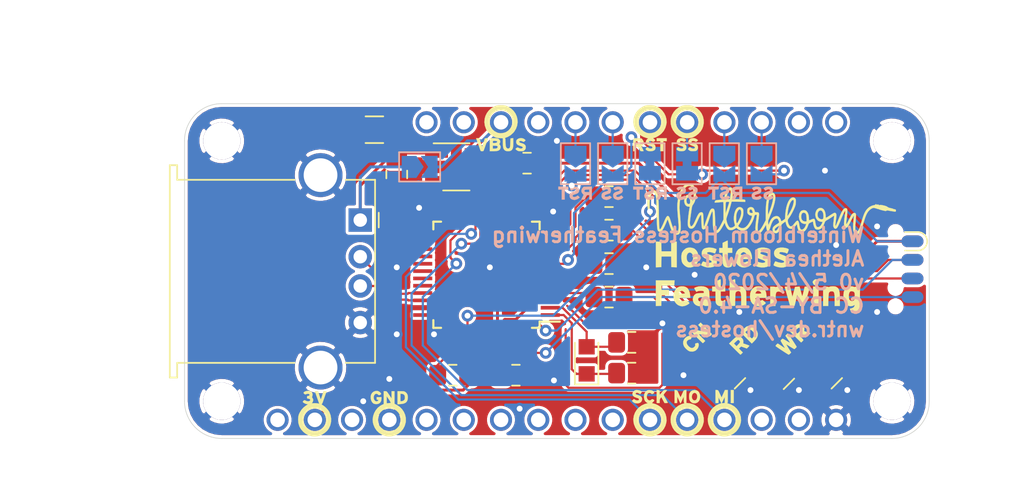
<source format=kicad_pcb>
(kicad_pcb (version 20171130) (host pcbnew "(5.1.5)-3")
  (layers (0 F.Cu signal) (31 B.Cu signal hide) (34 B.Paste user hide) (35 F.Paste user) (36 B.SilkS user hide) (37 F.SilkS user) (38 B.Mask user hide) (39 F.Mask user) (44 Edge.Cuts user))
  (net 0 "")
  (net 1 "Net-(D1-Pad2)")
  (net 2 "Net-(D2-Pad2)")
  (net 3 "Net-(D3-Pad2)")
  (net 4 "Net-(U1-Pad3)")
  (net 5 "Net-(U1-Pad7)")
  (net 6 "Net-(U1-Pad9)")
  (net 7 "Net-(U1-Pad11)")
  (net 8 "Net-(U1-Pad13)")
  (net 9 "Net-(U1-Pad14)")
  (net 10 "Net-(U1-Pad22)")
  (net 11 "Net-(U1-Pad23)")
  (net 12 "Net-(U1-Pad26)")
  (net 13 "Net-(U1-Pad27)")
  (net 14 "Net-(U1-Pad28)")
  (net 15 "Net-(U1-Pad29)")
  (net 16 "Net-(U1-Pad30)")
  (net 17 "Net-(U1-Pad31)")
  (net 18 "Net-(U1-Pad32)")
  (net 19 "Net-(U1-Pad37)")
  (net 20 "Net-(U1-Pad38)")
  (net 21 "Net-(U1-Pad39)")
  (net 22 "Net-(U1-Pad41)")
  (net 23 "Net-(U1-Pad47)")
  (net 24 "Net-(U1-Pad48)")
  (net 25 "Net-(J2-Pad1)")
  (net 26 "Net-(J2-Pad3)")
  (net 27 "Net-(J2-Pad5)")
  (net 28 "Net-(J2-Pad6)")
  (net 29 "Net-(J2-Pad7)")
  (net 30 "Net-(J2-Pad8)")
  (net 31 "Net-(J2-Pad9)")
  (net 32 "Net-(J2-Pad10)")
  (net 33 "Net-(J2-Pad14)")
  (net 34 "Net-(J2-Pad15)")
  (net 35 "Net-(J3-Pad1)")
  (net 36 "Net-(J3-Pad2)")
  (net 37 "Net-(J3-Pad11)")
  (net 38 "Net-(J3-Pad12)")
  (net 39 "Net-(C1-Pad2)")
  (net 40 +3V3)
  (net 41 GND)
  (net 42 XIN)
  (net 43 XOUT)
  (net 44 D-)
  (net 45 D+)
  (net 46 VUSB)
  (net 47 RESET)
  (net 48 MOSI)
  (net 49 MISO)
  (net 50 SWDIO)
  (net 51 SWCLK)
  (net 52 TX)
  (net 53 RX)
  (net 54 FAULT)
  (net 55 CONNECTED_LED)
  (net 56 READ_LED)
  (net 57 WRITE_LED)
  (net 58 "Net-(J4-Pad6)")
  (net 59 SCK)
  (net 60 D13)
  (net 61 D12)
  (net 62 D11)
  (net 63 D10)
  (net 64 D9)
  (net 65 D6)
  (net 66 D5)
  (net 67 SS)
  (net 68 VBUSEN)
  (net 69 VBUS_FILTERED)
  (module MountingHole:MountingHole_2.5mm (layer F.Cu) (at 104.14 53.34)
    (fp_text reference REF** hide)
    (fp_text value MountingHole_2.5mm)
    (pad "" thru_hole circle (at 0 0) (size 2.54 2.54) (drill 2.54) (layers *.Cu *.Mask) (net 41 GND))
  )
  (module LED_SMD:LED_0805_2012Metric_Pad1.15x1.40mm_HandSolder (layer F.Cu) (at 144.78 68.58 135)
    (fp_text reference D3 hide)
    (fp_text value Write)
    (pad 1 smd roundrect (at -1.025 0 135) (size 1.15 1.4) (layers F.Cu F.Paste F.Mask) (roundrect_rratio 0.217391) (net 41 GND))
    (pad 2 smd roundrect (at 1.025 0 135) (size 1.15 1.4) (layers F.Cu F.Paste F.Mask) (roundrect_rratio 0.217391) (net 3 "Net-(D3-Pad2)"))
  )
  (module LED_SMD:LED_0805_2012Metric_Pad1.15x1.40mm_HandSolder (layer F.Cu) (at 141.515216 68.617216 135)
    (fp_text reference D2 hide)
    (fp_text value Read)
    (pad 2 smd roundrect (at 1.025 0 135) (size 1.15 1.4) (layers F.Cu F.Paste F.Mask) (roundrect_rratio 0.217391) (net 2 "Net-(D2-Pad2)"))
    (pad 1 smd roundrect (at -1.025 0 135) (size 1.15 1.4) (layers F.Cu F.Paste F.Mask) (roundrect_rratio 0.217391) (net 41 GND))
  )
  (module LED_SMD:LED_0805_2012Metric_Pad1.15x1.40mm_HandSolder (layer F.Cu) (at 138.176 68.58 135)
    (fp_text reference D1 hide)
    (fp_text value Connected)
    (pad 1 smd roundrect (at -1.025 0 135) (size 1.15 1.4) (layers F.Cu F.Paste F.Mask) (roundrect_rratio 0.217391) (net 41 GND))
    (pad 2 smd roundrect (at 1.025 0 135) (size 1.15 1.4) (layers F.Cu F.Paste F.Mask) (roundrect_rratio 0.217391) (net 1 "Net-(D1-Pad2)"))
  )
  (module "Hostess Feather:decal" (layer F.Cu) (at 127 62.22746)
    (fp_text reference Ref** hide)
    (fp_text value Val** hide)
  )
  (module MF_Connectors:MF_Connectors-PTH_2.54MM_01X12 (layer F.Cu) (at 132.08 52.07)
    (fp_text reference J3 hide)
    (fp_text value CON_01X12_PTH_2.54MM)
    (pad 1 thru_hole circle (at -13.97 0) (size 1.50622 1.50622) (drill 0.99822) (layers F&B.Cu *.Mask) (net 35 "Net-(J3-Pad1)"))
    (pad 2 thru_hole circle (at -11.43 0) (size 1.50622 1.50622) (drill 0.99822) (layers F&B.Cu *.Mask) (net 36 "Net-(J3-Pad2)"))
    (pad 3 thru_hole circle (at -8.89 0) (size 1.50622 1.50622) (drill 0.99822) (layers F&B.Cu *.Mask) (net 46 VUSB))
    (pad 4 thru_hole circle (at -6.35 0) (size 1.50622 1.50622) (drill 0.99822) (layers F&B.Cu *.Mask) (net 60 D13))
    (pad 5 thru_hole circle (at -3.81 0) (size 1.50622 1.50622) (drill 0.99822) (layers F&B.Cu *.Mask) (net 61 D12))
    (pad 6 thru_hole circle (at -1.27 0) (size 1.50622 1.50622) (drill 0.99822) (layers F&B.Cu *.Mask) (net 62 D11))
    (pad 7 thru_hole circle (at 1.27 0) (size 1.50622 1.50622) (drill 0.99822) (layers F&B.Cu *.Mask) (net 63 D10))
    (pad 8 thru_hole circle (at 3.81 0) (size 1.50622 1.50622) (drill 0.99822) (layers F&B.Cu *.Mask) (net 64 D9))
    (pad 9 thru_hole circle (at 6.35 0) (size 1.50622 1.50622) (drill 0.99822) (layers F&B.Cu *.Mask) (net 65 D6))
    (pad 10 thru_hole circle (at 8.89 0) (size 1.50622 1.50622) (drill 0.99822) (layers F&B.Cu *.Mask) (net 66 D5))
    (pad 11 thru_hole circle (at 11.43 0) (size 1.50622 1.50622) (drill 0.99822) (layers F&B.Cu *.Mask) (net 37 "Net-(J3-Pad11)"))
    (pad 12 thru_hole circle (at 13.97 0) (size 1.50622 1.50622) (drill 0.99822) (layers F&B.Cu *.Mask) (net 38 "Net-(J3-Pad12)"))
  )
  (module MF_Connectors:MF_Connectors-PTH_2.54MM_01X16 (layer F.Cu) (at 127 72.39)
    (fp_text reference J2 hide)
    (fp_text value CON_01X16_PTH_2.54MM)
    (pad 1 thru_hole circle (at -19.05 0) (size 1.50622 1.50622) (drill 0.99822) (layers F&B.Cu *.Mask) (net 25 "Net-(J2-Pad1)"))
    (pad 2 thru_hole circle (at -16.51 0) (size 1.50622 1.50622) (drill 0.99822) (layers F&B.Cu *.Mask) (net 40 +3V3))
    (pad 3 thru_hole circle (at -13.97 0) (size 1.50622 1.50622) (drill 0.99822) (layers F&B.Cu *.Mask) (net 26 "Net-(J2-Pad3)"))
    (pad 4 thru_hole circle (at -11.43 0) (size 1.50622 1.50622) (drill 0.99822) (layers F&B.Cu *.Mask) (net 41 GND))
    (pad 5 thru_hole circle (at -8.89 0) (size 1.50622 1.50622) (drill 0.99822) (layers F&B.Cu *.Mask) (net 27 "Net-(J2-Pad5)"))
    (pad 6 thru_hole circle (at -6.35 0) (size 1.50622 1.50622) (drill 0.99822) (layers F&B.Cu *.Mask) (net 28 "Net-(J2-Pad6)"))
    (pad 7 thru_hole circle (at -3.81 0) (size 1.50622 1.50622) (drill 0.99822) (layers F&B.Cu *.Mask) (net 29 "Net-(J2-Pad7)"))
    (pad 8 thru_hole circle (at -1.27 0) (size 1.50622 1.50622) (drill 0.99822) (layers F&B.Cu *.Mask) (net 30 "Net-(J2-Pad8)"))
    (pad 9 thru_hole circle (at 1.27 0) (size 1.50622 1.50622) (drill 0.99822) (layers F&B.Cu *.Mask) (net 31 "Net-(J2-Pad9)"))
    (pad 10 thru_hole circle (at 3.81 0) (size 1.50622 1.50622) (drill 0.99822) (layers F&B.Cu *.Mask) (net 32 "Net-(J2-Pad10)"))
    (pad 11 thru_hole circle (at 6.35 0) (size 1.50622 1.50622) (drill 0.99822) (layers F&B.Cu *.Mask) (net 59 SCK))
    (pad 12 thru_hole circle (at 8.89 0) (size 1.50622 1.50622) (drill 0.99822) (layers F&B.Cu *.Mask) (net 48 MOSI))
    (pad 13 thru_hole circle (at 11.43 0) (size 1.50622 1.50622) (drill 0.99822) (layers F&B.Cu *.Mask) (net 49 MISO))
    (pad 14 thru_hole circle (at 13.97 0) (size 1.50622 1.50622) (drill 0.99822) (layers F&B.Cu *.Mask) (net 33 "Net-(J2-Pad14)"))
    (pad 15 thru_hole circle (at 16.51 0) (size 1.50622 1.50622) (drill 0.99822) (layers F&B.Cu *.Mask) (net 34 "Net-(J2-Pad15)"))
    (pad 16 thru_hole circle (at 19.05 0) (size 1.50622 1.50622) (drill 0.99822) (layers F&B.Cu *.Mask) (net 41 GND))
  )
  (module MountingHole:MountingHole_2.5mm (layer F.Cu) (at 149.86 53.34)
    (fp_text reference REF** hide)
    (fp_text value MountingHole_2.5mm hide)
    (pad "" thru_hole circle (at 0 0) (size 2.54 2.54) (drill 2.54) (layers *.Cu *.Mask) (net 41 GND))
  )
  (module MountingHole:MountingHole_2.5mm (layer F.Cu) (at 149.86 71.12)
    (fp_text reference REF** hide)
    (fp_text value MountingHole_2.5mm)
    (pad "" thru_hole circle (at 0 0) (size 2.54 2.54) (drill 2.54) (layers *.Cu *.Mask) (net 41 GND))
  )
  (module MountingHole:MountingHole_2.5mm (layer F.Cu) (at 104.14 71.12)
    (fp_text reference REF** hide)
    (fp_text value MountingHole_2.5mm)
    (pad "" thru_hole circle (at 0 0) (size 2.54 2.54) (drill 2.54) (layers *.Cu *.Mask) (net 41 GND))
  )
  (module Connector_USB:USB_A_Stewart_SS-52100-001_Horizontal (layer F.Cu) (at 113.5888 58.7502 270)
    (fp_text reference J1 hide)
    (fp_text value USB_A)
    (pad 5 thru_hole circle (at 10.07 2.71 270) (size 3 3) (drill 2.3) (layers *.Cu *.Mask) (net 41 GND))
    (pad 5 thru_hole circle (at -3.07 2.71 270) (size 3 3) (drill 2.3) (layers *.Cu *.Mask) (net 41 GND))
    (pad 1 thru_hole rect (at 0 0 270) (size 1.6 1.6) (drill 0.92) (layers *.Cu *.Mask) (net 69 VBUS_FILTERED))
    (pad 2 thru_hole circle (at 2.5 0 270) (size 1.6 1.6) (drill 0.92) (layers *.Cu *.Mask) (net 44 D-))
    (pad 3 thru_hole circle (at 4.5 0 270) (size 1.6 1.6) (drill 0.92) (layers *.Cu *.Mask) (net 45 D+))
    (pad 4 thru_hole circle (at 7 0 270) (size 1.6 1.6) (drill 0.92) (layers *.Cu *.Mask) (net 41 GND))
  )
  (module Package_QFP:TQFP-48_7x7mm_P0.5mm (layer F.Cu) (at 122.1994 62.484 180)
    (fp_text reference U1 hide)
    (fp_text value ATSAMD21G18A-AUT)
    (pad 1 smd rect (at -4.35 -2.75 180) (size 1.3 0.25) (layers F.Cu F.Paste F.Mask) (net 42 XIN))
    (pad 2 smd rect (at -4.35 -2.25 180) (size 1.3 0.25) (layers F.Cu F.Paste F.Mask) (net 43 XOUT))
    (pad 3 smd rect (at -4.35 -1.75 180) (size 1.3 0.25) (layers F.Cu F.Paste F.Mask) (net 4 "Net-(U1-Pad3)"))
    (pad 4 smd rect (at -4.35 -1.25 180) (size 1.3 0.25) (layers F.Cu F.Paste F.Mask) (net 55 CONNECTED_LED))
    (pad 5 smd rect (at -4.35 -0.75 180) (size 1.3 0.25) (layers F.Cu F.Paste F.Mask) (net 41 GND))
    (pad 6 smd rect (at -4.35 -0.25 180) (size 1.3 0.25) (layers F.Cu F.Paste F.Mask) (net 40 +3V3))
    (pad 7 smd rect (at -4.35 0.25 180) (size 1.3 0.25) (layers F.Cu F.Paste F.Mask) (net 5 "Net-(U1-Pad7)"))
    (pad 8 smd rect (at -4.35 0.75 180) (size 1.3 0.25) (layers F.Cu F.Paste F.Mask) (net 67 SS))
    (pad 9 smd rect (at -4.35 1.25 180) (size 1.3 0.25) (layers F.Cu F.Paste F.Mask) (net 6 "Net-(U1-Pad9)"))
    (pad 10 smd rect (at -4.35 1.75 180) (size 1.3 0.25) (layers F.Cu F.Paste F.Mask) (net 56 READ_LED))
    (pad 11 smd rect (at -4.35 2.25 180) (size 1.3 0.25) (layers F.Cu F.Paste F.Mask) (net 7 "Net-(U1-Pad11)"))
    (pad 12 smd rect (at -4.35 2.75 180) (size 1.3 0.25) (layers F.Cu F.Paste F.Mask) (net 57 WRITE_LED))
    (pad 13 smd rect (at -2.75 4.35 270) (size 1.3 0.25) (layers F.Cu F.Paste F.Mask) (net 8 "Net-(U1-Pad13)"))
    (pad 14 smd rect (at -2.25 4.35 270) (size 1.3 0.25) (layers F.Cu F.Paste F.Mask) (net 9 "Net-(U1-Pad14)"))
    (pad 15 smd rect (at -1.75 4.35 270) (size 1.3 0.25) (layers F.Cu F.Paste F.Mask) (net 52 TX))
    (pad 16 smd rect (at -1.25 4.35 270) (size 1.3 0.25) (layers F.Cu F.Paste F.Mask) (net 53 RX))
    (pad 17 smd rect (at -0.75 4.35 270) (size 1.3 0.25) (layers F.Cu F.Paste F.Mask) (net 40 +3V3))
    (pad 18 smd rect (at -0.25 4.35 270) (size 1.3 0.25) (layers F.Cu F.Paste F.Mask) (net 41 GND))
    (pad 19 smd rect (at 0.25 4.35 270) (size 1.3 0.25) (layers F.Cu F.Paste F.Mask) (net 48 MOSI))
    (pad 20 smd rect (at 0.75 4.35 270) (size 1.3 0.25) (layers F.Cu F.Paste F.Mask) (net 59 SCK))
    (pad 21 smd rect (at 1.25 4.35 270) (size 1.3 0.25) (layers F.Cu F.Paste F.Mask) (net 49 MISO))
    (pad 22 smd rect (at 1.75 4.35 270) (size 1.3 0.25) (layers F.Cu F.Paste F.Mask) (net 10 "Net-(U1-Pad22)"))
    (pad 23 smd rect (at 2.25 4.35 270) (size 1.3 0.25) (layers F.Cu F.Paste F.Mask) (net 11 "Net-(U1-Pad23)"))
    (pad 24 smd rect (at 2.75 4.35 270) (size 1.3 0.25) (layers F.Cu F.Paste F.Mask) (net 68 VBUSEN))
    (pad 25 smd rect (at 4.35 2.75 180) (size 1.3 0.25) (layers F.Cu F.Paste F.Mask) (net 54 FAULT))
    (pad 26 smd rect (at 4.35 2.25 180) (size 1.3 0.25) (layers F.Cu F.Paste F.Mask) (net 12 "Net-(U1-Pad26)"))
    (pad 27 smd rect (at 4.35 1.75 180) (size 1.3 0.25) (layers F.Cu F.Paste F.Mask) (net 13 "Net-(U1-Pad27)"))
    (pad 28 smd rect (at 4.35 1.25 180) (size 1.3 0.25) (layers F.Cu F.Paste F.Mask) (net 14 "Net-(U1-Pad28)"))
    (pad 29 smd rect (at 4.35 0.75 180) (size 1.3 0.25) (layers F.Cu F.Paste F.Mask) (net 15 "Net-(U1-Pad29)"))
    (pad 30 smd rect (at 4.35 0.25 180) (size 1.3 0.25) (layers F.Cu F.Paste F.Mask) (net 16 "Net-(U1-Pad30)"))
    (pad 31 smd rect (at 4.35 -0.25 180) (size 1.3 0.25) (layers F.Cu F.Paste F.Mask) (net 17 "Net-(U1-Pad31)"))
    (pad 32 smd rect (at 4.35 -0.75 180) (size 1.3 0.25) (layers F.Cu F.Paste F.Mask) (net 18 "Net-(U1-Pad32)"))
    (pad 33 smd rect (at 4.35 -1.25 180) (size 1.3 0.25) (layers F.Cu F.Paste F.Mask) (net 44 D-))
    (pad 34 smd rect (at 4.35 -1.75 180) (size 1.3 0.25) (layers F.Cu F.Paste F.Mask) (net 45 D+))
    (pad 35 smd rect (at 4.35 -2.25 180) (size 1.3 0.25) (layers F.Cu F.Paste F.Mask) (net 41 GND))
    (pad 36 smd rect (at 4.35 -2.75 180) (size 1.3 0.25) (layers F.Cu F.Paste F.Mask) (net 40 +3V3))
    (pad 37 smd rect (at 2.75 -4.35 270) (size 1.3 0.25) (layers F.Cu F.Paste F.Mask) (net 19 "Net-(U1-Pad37)"))
    (pad 38 smd rect (at 2.25 -4.35 270) (size 1.3 0.25) (layers F.Cu F.Paste F.Mask) (net 20 "Net-(U1-Pad38)"))
    (pad 39 smd rect (at 1.75 -4.35 270) (size 1.3 0.25) (layers F.Cu F.Paste F.Mask) (net 21 "Net-(U1-Pad39)"))
    (pad 40 smd rect (at 1.25 -4.35 270) (size 1.3 0.25) (layers F.Cu F.Paste F.Mask) (net 47 RESET))
    (pad 41 smd rect (at 0.75 -4.35 270) (size 1.3 0.25) (layers F.Cu F.Paste F.Mask) (net 22 "Net-(U1-Pad41)"))
    (pad 42 smd rect (at 0.25 -4.35 270) (size 1.3 0.25) (layers F.Cu F.Paste F.Mask) (net 41 GND))
    (pad 43 smd rect (at -0.25 -4.35 270) (size 1.3 0.25) (layers F.Cu F.Paste F.Mask) (net 39 "Net-(C1-Pad2)"))
    (pad 44 smd rect (at -0.75 -4.35 270) (size 1.3 0.25) (layers F.Cu F.Paste F.Mask) (net 40 +3V3))
    (pad 45 smd rect (at -1.25 -4.35 270) (size 1.3 0.25) (layers F.Cu F.Paste F.Mask) (net 51 SWCLK))
    (pad 46 smd rect (at -1.75 -4.35 270) (size 1.3 0.25) (layers F.Cu F.Paste F.Mask) (net 50 SWDIO))
    (pad 47 smd rect (at -2.25 -4.35 270) (size 1.3 0.25) (layers F.Cu F.Paste F.Mask) (net 23 "Net-(U1-Pad47)"))
    (pad 48 smd rect (at -2.75 -4.35 270) (size 1.3 0.25) (layers F.Cu F.Paste F.Mask) (net 24 "Net-(U1-Pad48)"))
  )
  (module Package_TO_SOT_SMD:SOT-23-5_HandSoldering (layer F.Cu) (at 120.142 55.118)
    (fp_text reference U2 hide)
    (fp_text value TPS2051CDBV)
    (pad 1 smd rect (at -1.35 -0.95) (size 1.56 0.65) (layers F.Cu F.Paste F.Mask) (net 69 VBUS_FILTERED))
    (pad 2 smd rect (at -1.35 0) (size 1.56 0.65) (layers F.Cu F.Paste F.Mask) (net 41 GND))
    (pad 3 smd rect (at -1.35 0.95) (size 1.56 0.65) (layers F.Cu F.Paste F.Mask) (net 54 FAULT))
    (pad 4 smd rect (at 1.35 0.95) (size 1.56 0.65) (layers F.Cu F.Paste F.Mask) (net 68 VBUSEN))
    (pad 5 smd rect (at 1.35 -0.95) (size 1.56 0.65) (layers F.Cu F.Paste F.Mask) (net 46 VUSB))
  )
  (module Crystal:Crystal_SMD_2012-2Pin_2.0x1.2mm_HandSoldering (layer F.Cu) (at 129.032 68.326 90)
    (fp_text reference Y1 hide)
    (fp_text value Crystal)
    (pad 1 smd rect (at -0.925 0 90) (size 1.05 1.1) (layers F.Cu F.Paste F.Mask) (net 42 XIN))
    (pad 2 smd rect (at 0.925 0 90) (size 1.05 1.1) (layers F.Cu F.Paste F.Mask) (net 43 XOUT))
  )
  (module Capacitor_SMD:C_0805_2012Metric_Pad1.15x1.40mm_HandSolder (layer F.Cu) (at 119.897 69.342 180)
    (fp_text reference C1 hide)
    (fp_text value 1uF)
    (pad 2 smd roundrect (at 1.025 0 180) (size 1.15 1.4) (layers F.Cu F.Paste F.Mask) (roundrect_rratio 0.217391) (net 39 "Net-(C1-Pad2)"))
    (pad 1 smd roundrect (at -1.025 0 180) (size 1.15 1.4) (layers F.Cu F.Paste F.Mask) (roundrect_rratio 0.217391) (net 40 +3V3))
  )
  (module Capacitor_SMD:C_0805_2012Metric_Pad1.15x1.40mm_HandSolder (layer F.Cu) (at 124.206 69.342)
    (fp_text reference C2 hide)
    (fp_text value 0.1uF)
    (pad 1 smd roundrect (at -1.025 0) (size 1.15 1.4) (layers F.Cu F.Paste F.Mask) (roundrect_rratio 0.217391) (net 40 +3V3))
    (pad 2 smd roundrect (at 1.025 0) (size 1.15 1.4) (layers F.Cu F.Paste F.Mask) (roundrect_rratio 0.217391) (net 41 GND))
  )
  (module Capacitor_SMD:C_0805_2012Metric_Pad1.15x1.40mm_HandSolder (layer F.Cu) (at 130.556 61.722)
    (fp_text reference C3 hide)
    (fp_text value 0.1uF)
    (pad 2 smd roundrect (at 1.025 0) (size 1.15 1.4) (layers F.Cu F.Paste F.Mask) (roundrect_rratio 0.217391) (net 41 GND))
    (pad 1 smd roundrect (at -1.025 0) (size 1.15 1.4) (layers F.Cu F.Paste F.Mask) (roundrect_rratio 0.217391) (net 40 +3V3))
  )
  (module Capacitor_SMD:C_0805_2012Metric_Pad1.15x1.40mm_HandSolder (layer F.Cu) (at 124.968 54.864 180)
    (fp_text reference C4 hide)
    (fp_text value 0.1uF)
    (pad 1 smd roundrect (at -1.025 0 180) (size 1.15 1.4) (layers F.Cu F.Paste F.Mask) (roundrect_rratio 0.217391) (net 40 +3V3))
    (pad 2 smd roundrect (at 1.025 0 180) (size 1.15 1.4) (layers F.Cu F.Paste F.Mask) (roundrect_rratio 0.217391) (net 41 GND))
  )
  (module Capacitor_SMD:C_0805_2012Metric_Pad1.15x1.40mm_HandSolder (layer F.Cu) (at 132.1 69.2)
    (fp_text reference C5 hide)
    (fp_text value 22pF)
    (pad 1 smd roundrect (at -1.025 0) (size 1.15 1.4) (layers F.Cu F.Paste F.Mask) (roundrect_rratio 0.217391) (net 42 XIN))
    (pad 2 smd roundrect (at 1.025 0) (size 1.15 1.4) (layers F.Cu F.Paste F.Mask) (roundrect_rratio 0.217391) (net 41 GND))
  )
  (module Capacitor_SMD:C_0805_2012Metric_Pad1.15x1.40mm_HandSolder (layer F.Cu) (at 132.1 67.1)
    (fp_text reference C6 hide)
    (fp_text value 22pF)
    (pad 2 smd roundrect (at 1.025 0) (size 1.15 1.4) (layers F.Cu F.Paste F.Mask) (roundrect_rratio 0.217391) (net 41 GND))
    (pad 1 smd roundrect (at -1.025 0) (size 1.15 1.4) (layers F.Cu F.Paste F.Mask) (roundrect_rratio 0.217391) (net 43 XOUT))
  )
  (module Resistor_SMD:R_0805_2012Metric_Pad1.15x1.40mm_HandSolder (layer F.Cu) (at 130.556 64.008)
    (fp_text reference R1 hide)
    (fp_text value 1k)
    (pad 1 smd roundrect (at -1.025 0) (size 1.15 1.4) (layers F.Cu F.Paste F.Mask) (roundrect_rratio 0.217391) (net 55 CONNECTED_LED))
    (pad 2 smd roundrect (at 1.025 0) (size 1.15 1.4) (layers F.Cu F.Paste F.Mask) (roundrect_rratio 0.217391) (net 1 "Net-(D1-Pad2)"))
  )
  (module Resistor_SMD:R_0805_2012Metric_Pad1.15x1.40mm_HandSolder (layer F.Cu) (at 130.556 59.436)
    (fp_text reference R2 hide)
    (fp_text value 1k)
    (pad 2 smd roundrect (at 1.025 0) (size 1.15 1.4) (layers F.Cu F.Paste F.Mask) (roundrect_rratio 0.217391) (net 2 "Net-(D2-Pad2)"))
    (pad 1 smd roundrect (at -1.025 0) (size 1.15 1.4) (layers F.Cu F.Paste F.Mask) (roundrect_rratio 0.217391) (net 56 READ_LED))
  )
  (module Resistor_SMD:R_0805_2012Metric_Pad1.15x1.40mm_HandSolder (layer F.Cu) (at 130.556 57.15)
    (fp_text reference R3 hide)
    (fp_text value 1k)
    (pad 1 smd roundrect (at -1.025 0) (size 1.15 1.4) (layers F.Cu F.Paste F.Mask) (roundrect_rratio 0.217391) (net 57 WRITE_LED))
    (pad 2 smd roundrect (at 1.025 0) (size 1.15 1.4) (layers F.Cu F.Paste F.Mask) (roundrect_rratio 0.217391) (net 3 "Net-(D3-Pad2)"))
  )
  (module "Hostess Feather:SOIC_clipProgSmall" (layer F.Cu) (at 152.007 62.103 90)
    (fp_text reference J4 hide)
    (fp_text value SOICBite)
    (pad 5 smd oval (at -1.905 -0.75 90) (size 0.8 1.5) (layers B.Cu B.Mask) (net 50 SWDIO))
    (pad 4 smd oval (at -1.905 -0.75 90) (size 0.8 1.5) (layers F.Cu F.Mask) (net 41 GND))
    (pad 3 smd oval (at -0.635 -0.75 90) (size 0.8 1.5) (layers F.Cu F.Mask) (net 52 TX))
    (pad 2 smd oval (at 0.635 -0.75 90) (size 0.8 1.5) (layers F.Cu F.Mask) (net 53 RX))
    (pad 1 smd oval (at 1.905 -0.75 90) (size 0.8 1.5) (layers F.Cu F.Mask) (net 40 +3V3))
    (pad 6 smd oval (at -0.635 -0.75 90) (size 0.8 1.5) (layers B.Cu B.Mask) (net 58 "Net-(J4-Pad6)"))
    (pad 7 smd oval (at 0.635 -0.75 90) (size 0.8 1.5) (layers B.Cu B.Mask) (net 51 SWCLK))
    (pad 8 smd oval (at 1.905 -0.75 90) (size 0.8 1.5) (layers B.Cu B.Mask) (net 47 RESET))
    (pad "" np_thru_hole circle (at -2.54 -1.905 90) (size 0.7 0.7) (drill 0.7) (layers *.Cu *.Mask))
    (pad "" np_thru_hole circle (at -1.27 -1.905 90) (size 0.7 0.7) (drill 0.7) (layers *.Cu *.Mask))
    (pad "" np_thru_hole circle (at 0 -1.905 90) (size 0.7 0.7) (drill 0.7) (layers *.Cu *.Mask))
    (pad "" np_thru_hole circle (at 1.27 -1.905 90) (size 0.7 0.7) (drill 0.7) (layers *.Cu *.Mask))
    (pad "" np_thru_hole circle (at 2.54 -1.905 90) (size 0.7 0.7) (drill 0.7) (layers *.Cu *.Mask))
  )
  (module Jumper:SolderJumper-2_P1.3mm_Open_TrianglePad1.0x1.5mm (layer B.Cu) (at 140.95984 54.901 270)
    (fp_text reference JP1 hide)
    (fp_text value SolderJumper_2_Open hide)
    (pad 2 smd custom (at 0.725 0 270) (size 0.3 0.3) (layers B.Cu B.Mask) (net 67 SS) (options (clearance outline) (anchor rect)) (primitives (gr_poly (pts (xy -0.65 0.75) (xy 0.5 0.75) (xy 0.5 -0.75) (xy -0.65 -0.75) (xy -0.15 0)) (width 0))))
    (pad 1 smd custom (at -0.725 0 270) (size 0.3 0.3) (layers B.Cu B.Mask) (net 66 D5) (options (clearance outline) (anchor rect)) (primitives (gr_poly (pts (xy -0.5 0.75) (xy 0.5 0.75) (xy 1 0) (xy 0.5 -0.75) (xy -0.5 -0.75)) (width 0))))
  )
  (module Jumper:SolderJumper-2_P1.3mm_Open_TrianglePad1.0x1.5mm (layer B.Cu) (at 138.421872 54.901 270)
    (fp_text reference JP2 hide)
    (fp_text value SolderJumper_2_Open hide)
    (pad 1 smd custom (at -0.725 0 270) (size 0.3 0.3) (layers B.Cu B.Mask) (net 65 D6) (options (clearance outline) (anchor rect)) (primitives (gr_poly (pts (xy -0.5 0.75) (xy 0.5 0.75) (xy 1 0) (xy 0.5 -0.75) (xy -0.5 -0.75)) (width 0))))
    (pad 2 smd custom (at 0.725 0 270) (size 0.3 0.3) (layers B.Cu B.Mask) (net 47 RESET) (options (clearance outline) (anchor rect)) (primitives (gr_poly (pts (xy -0.65 0.75) (xy 0.5 0.75) (xy 0.5 -0.75) (xy -0.65 -0.75) (xy -0.15 0)) (width 0))))
  )
  (module Jumper:SolderJumper-2_P1.3mm_Bridged_Pad1.0x1.5mm (layer B.Cu) (at 135.883904 54.901 270)
    (fp_text reference JP3 hide)
    (fp_text value SolderJumper_2_Bridged hide)
    (fp_poly (pts (xy -0.25 0.3) (xy 0.25 0.3) (xy 0.25 -0.3) (xy -0.25 -0.3)) (layer B.Cu) (width 0))
    (pad 2 smd rect (at 0.65 0 270) (size 1 1.5) (layers B.Cu B.Mask) (net 67 SS))
    (pad 1 smd rect (at -0.65 0 270) (size 1 1.5) (layers B.Cu B.Mask) (net 64 D9))
  )
  (module Jumper:SolderJumper-2_P1.3mm_Bridged_Pad1.0x1.5mm (layer B.Cu) (at 133.345936 54.901 270)
    (fp_text reference JP4 hide)
    (fp_text value SolderJumper_2_Bridged hide)
    (fp_poly (pts (xy -0.25 0.3) (xy 0.25 0.3) (xy 0.25 -0.3) (xy -0.25 -0.3)) (layer B.Cu) (width 0))
    (pad 1 smd rect (at -0.65 0 270) (size 1 1.5) (layers B.Cu B.Mask) (net 63 D10))
    (pad 2 smd rect (at 0.65 0 270) (size 1 1.5) (layers B.Cu B.Mask) (net 47 RESET))
  )
  (module Jumper:SolderJumper-2_P1.3mm_Open_TrianglePad1.0x1.5mm (layer B.Cu) (at 130.807968 54.901 270)
    (fp_text reference JP5 hide)
    (fp_text value SolderJumper_2_Open hide)
    (pad 1 smd custom (at -0.725 0 270) (size 0.3 0.3) (layers B.Cu B.Mask) (net 62 D11) (options (clearance outline) (anchor rect)) (primitives (gr_poly (pts (xy -0.5 0.75) (xy 0.5 0.75) (xy 1 0) (xy 0.5 -0.75) (xy -0.5 -0.75)) (width 0))))
    (pad 2 smd custom (at 0.725 0 270) (size 0.3 0.3) (layers B.Cu B.Mask) (net 67 SS) (options (clearance outline) (anchor rect)) (primitives (gr_poly (pts (xy -0.65 0.75) (xy 0.5 0.75) (xy 0.5 -0.75) (xy -0.65 -0.75) (xy -0.15 0)) (width 0))))
  )
  (module Jumper:SolderJumper-2_P1.3mm_Open_TrianglePad1.0x1.5mm (layer B.Cu) (at 128.27 54.901 270)
    (fp_text reference JP6 hide)
    (fp_text value SolderJumper_2_Open hide)
    (pad 2 smd custom (at 0.725 0 270) (size 0.3 0.3) (layers B.Cu B.Mask) (net 47 RESET) (options (clearance outline) (anchor rect)) (primitives (gr_poly (pts (xy -0.65 0.75) (xy 0.5 0.75) (xy 0.5 -0.75) (xy -0.65 -0.75) (xy -0.15 0)) (width 0))))
    (pad 1 smd custom (at -0.725 0 270) (size 0.3 0.3) (layers B.Cu B.Mask) (net 61 D12) (options (clearance outline) (anchor rect)) (primitives (gr_poly (pts (xy -0.5 0.75) (xy 0.5 0.75) (xy 1 0) (xy 0.5 -0.75) (xy -0.5 -0.75)) (width 0))))
  )
  (module Jumper:SolderJumper-2_P1.3mm_Open_TrianglePad1.0x1.5mm (layer B.Cu) (at 117.639 55.118)
    (fp_text reference JP7 hide)
    (fp_text value SolderJumper_2_Open hide)
    (pad 2 smd custom (at 0.725 0) (size 0.3 0.3) (layers B.Cu B.Mask) (net 46 VUSB) (options (clearance outline) (anchor rect)) (primitives (gr_poly (pts (xy -0.65 0.75) (xy 0.5 0.75) (xy 0.5 -0.75) (xy -0.65 -0.75) (xy -0.15 0)) (width 0))))
    (pad 1 smd custom (at -0.725 0) (size 0.3 0.3) (layers B.Cu B.Mask) (net 69 VBUS_FILTERED) (options (clearance outline) (anchor rect)) (primitives (gr_poly (pts (xy -0.5 0.75) (xy 0.5 0.75) (xy 1 0) (xy 0.5 -0.75) (xy -0.5 -0.75)) (width 0))))
  )
  (module Capacitor_SMD:C_1206_3216Metric_Pad1.42x1.75mm_HandSolder (layer F.Cu) (at 114.554 52.578 180)
    (fp_text reference C7 hide)
    (fp_text value 100uF hide)
    (pad 1 smd roundrect (at -1.4875 0 180) (size 1.425 1.75) (layers F.Cu F.Paste F.Mask) (roundrect_rratio 0.175439) (net 69 VBUS_FILTERED))
    (pad 2 smd roundrect (at 1.4875 0 180) (size 1.425 1.75) (layers F.Cu F.Paste F.Mask) (roundrect_rratio 0.175439) (net 41 GND))
  )
  (module Capacitor_SMD:C_0805_2012Metric_Pad1.15x1.40mm_HandSolder (layer F.Cu) (at 116.078 55.635 270)
    (fp_text reference C8 hide)
    (fp_text value 0.1uF hide)
    (pad 1 smd roundrect (at -1.025 0 270) (size 1.15 1.4) (layers F.Cu F.Paste F.Mask) (roundrect_rratio 0.217391) (net 69 VBUS_FILTERED))
    (pad 2 smd roundrect (at 1.025 0 270) (size 1.15 1.4) (layers F.Cu F.Paste F.Mask) (roundrect_rratio 0.217391) (net 41 GND))
  )
  (gr_text "Winterbloom Hostess Featherwing\nAlethea Flowers\nv0 5/4/2020\nCC BY-SA-4.0\nwntr.dev/hostess" (at 148.082 62.992) (layer B.SilkS) (effects (font (size 1 1) (thickness 0.2)) (justify left mirror)))
  (gr_arc (start 104.14 71.12) (end 101.6 71.12) (angle -90) (layer Edge.Cuts) (width 0.05))
  (gr_arc (start 149.86 71.12) (end 149.86 73.66) (angle -90) (layer Edge.Cuts) (width 0.05))
  (gr_arc (start 149.86 53.34) (end 152.4 53.34) (angle -90) (layer Edge.Cuts) (width 0.05))
  (gr_arc (start 104.14 53.34) (end 104.14 50.8) (angle -90) (layer Edge.Cuts) (width 0.05))
  (gr_line (start 101.6 71.12) (end 101.6 53.34) (layer Edge.Cuts) (width 0.05))
  (gr_line (start 149.86 73.66) (end 104.14 73.66) (layer Edge.Cuts) (width 0.05))
  (gr_line (start 152.4 53.34) (end 152.4 71.12) (layer Edge.Cuts) (width 0.05))
  (gr_line (start 104.14 50.8) (end 149.86 50.8) (layer Edge.Cuts) (width 0.05))
  (segment (start 127.7 64.6) (end 129.1 66) (width 0.15) (layer F.Cu) (net 0))
  (segment (start 129.1 66) (end 133.6 66) (width 0.15) (layer F.Cu) (net 0))
  (segment (start 134.2 70) (end 134.2 66.5) (width 0.15) (layer F.Cu) (net 0))
  (segment (start 134 70.2) (end 134.2 70) (width 0.15) (layer F.Cu) (net 0))
  (segment (start 127.8 70.2) (end 134 70.2) (width 0.15) (layer F.Cu) (net 0))
  (segment (start 127.6 66.2) (end 127.6 70) (width 0.15) (layer F.Cu) (net 0))
  (segment (start 127.6 70) (end 127.8 70.2) (width 0.15) (layer F.Cu) (net 0))
  (segment (start 133.604 64.008) (end 131.581 64.008) (width 0.15) (layer F.Cu) (net 1))
  (segment (start 137.451216 67.855216) (end 133.604 64.008) (width 0.15) (layer F.Cu) (net 1))
  (segment (start 132.156 59.436) (end 134.112 61.392) (width 0.15) (layer F.Cu) (net 2))
  (segment (start 131.581 59.436) (end 132.156 59.436) (width 0.15) (layer F.Cu) (net 2))
  (segment (start 134.112 61.392) (end 134.112 63.754) (width 0.15) (layer F.Cu) (net 2))
  (segment (start 134.112 63.754) (end 136.652 66.294) (width 0.15) (layer F.Cu) (net 2))
  (segment (start 139.192 66.294) (end 140.790432 67.892432) (width 0.15) (layer F.Cu) (net 2))
  (segment (start 136.652 66.294) (end 139.192 66.294) (width 0.15) (layer F.Cu) (net 2))
  (segment (start 131.581 57.85) (end 134.62 60.889) (width 0.15) (layer F.Cu) (net 3))
  (segment (start 131.581 57.15) (end 131.581 57.85) (width 0.15) (layer F.Cu) (net 3))
  (segment (start 134.62 60.889) (end 134.62 63.246) (width 0.15) (layer F.Cu) (net 3))
  (segment (start 134.62 63.246) (end 137.16 65.786) (width 0.15) (layer F.Cu) (net 3))
  (segment (start 141.986 65.786) (end 144.055216 67.855216) (width 0.15) (layer F.Cu) (net 3))
  (segment (start 137.16 65.786) (end 141.986 65.786) (width 0.15) (layer F.Cu) (net 3))
  (segment (start 118.364 69.342) (end 118.863 69.342) (width 0.15) (layer F.Cu) (net 39))
  (segment (start 118.872 68.642) (end 119.442 68.072) (width 0.15) (layer F.Cu) (net 39))
  (segment (start 118.872 69.342) (end 118.872 68.642) (width 0.15) (layer F.Cu) (net 39))
  (segment (start 122.4494 67.634) (end 122.4494 66.834) (width 0.15) (layer F.Cu) (net 39))
  (segment (start 122.0114 68.072) (end 122.4494 67.634) (width 0.15) (layer F.Cu) (net 39))
  (segment (start 119.442 68.072) (end 122.0114 68.072) (width 0.15) (layer F.Cu) (net 39))
  (segment (start 122.9494 67.684) (end 122.9494 67.634) (width 0.2) (layer F.Cu) (net 40))
  (segment (start 122.9494 67.634) (end 122.9494 66.834) (width 0.2) (layer F.Cu) (net 40))
  (segment (start 125.7494 62.734) (end 125.222 63.2614) (width 0.2) (layer F.Cu) (net 40))
  (segment (start 126.5494 62.734) (end 125.7494 62.734) (width 0.2) (layer F.Cu) (net 40))
  (segment (start 125.222 63.2614) (end 125.222 64.516) (width 0.2) (layer F.Cu) (net 40))
  (segment (start 125.222 64.516) (end 124.206 65.532) (width 0.2) (layer F.Cu) (net 40))
  (segment (start 122.9494 66.034) (end 122.9494 66.834) (width 0.2) (layer F.Cu) (net 40))
  (segment (start 123.4514 65.532) (end 122.9494 66.034) (width 0.2) (layer F.Cu) (net 40))
  (segment (start 124.206 65.532) (end 123.4514 65.532) (width 0.2) (layer F.Cu) (net 40))
  (segment (start 126.5494 62.734) (end 125.726 62.734) (width 0.2) (layer F.Cu) (net 40))
  (segment (start 125.726 62.734) (end 124.968 61.976) (width 0.2) (layer F.Cu) (net 40))
  (segment (start 124.968 61.976) (end 124.968 59.944) (width 0.2) (layer F.Cu) (net 40))
  (segment (start 124.968 59.944) (end 124.46 59.436) (width 0.2) (layer F.Cu) (net 40))
  (segment (start 122.9494 58.934) (end 122.9494 58.134) (width 0.2) (layer F.Cu) (net 40))
  (segment (start 123.4514 59.436) (end 122.9494 58.934) (width 0.2) (layer F.Cu) (net 40))
  (segment (start 124.46 59.436) (end 123.4514 59.436) (width 0.2) (layer F.Cu) (net 40))
  (segment (start 126.5494 62.734) (end 127.766 62.734) (width 0.2) (layer F.Cu) (net 40))
  (segment (start 128.778 61.722) (end 129.531 61.722) (width 0.2) (layer F.Cu) (net 40))
  (segment (start 127.766 62.734) (end 128.778 61.722) (width 0.2) (layer F.Cu) (net 40))
  (segment (start 120.922 70.042) (end 120.922 69.342) (width 0.2) (layer F.Cu) (net 40))
  (segment (start 120.606 70.358) (end 120.922 70.042) (width 0.2) (layer F.Cu) (net 40))
  (segment (start 112.522 70.358) (end 120.606 70.358) (width 0.2) (layer F.Cu) (net 40))
  (segment (start 110.49 72.39) (end 112.522 70.358) (width 0.2) (layer F.Cu) (net 40))
  (segment (start 122.9494 67.6354) (end 122.9494 67.634) (width 0.2) (layer F.Cu) (net 40))
  (segment (start 122.9494 66.034) (end 122.9494 64.5294) (width 0.2) (layer F.Cu) (net 40))
  (segment (start 122.9494 64.5294) (end 122.428 64.008) (width 0.2) (layer F.Cu) (net 40))
  (segment (start 118.6494 65.234) (end 117.8494 65.234) (width 0.2) (layer F.Cu) (net 40))
  (segment (start 119.8754 64.008) (end 118.6494 65.234) (width 0.2) (layer F.Cu) (net 40))
  (segment (start 122.428 64.008) (end 119.8754 64.008) (width 0.2) (layer F.Cu) (net 40))
  (segment (start 151.257 60.198) (end 148.844 60.198) (width 0.2) (layer F.Cu) (net 40))
  (segment (start 148.844 60.198) (end 147.574 61.468) (width 0.2) (layer F.Cu) (net 40))
  (segment (start 147.574 61.468) (end 139.192 61.468) (width 0.2) (layer F.Cu) (net 40))
  (segment (start 139.192 61.468) (end 132.588 54.864) (width 0.2) (layer F.Cu) (net 40))
  (segment (start 122.9494 68.4104) (end 122.9494 67.684) (width 0.2) (layer F.Cu) (net 40))
  (segment (start 123.181 68.642) (end 122.9494 68.4104) (width 0.2) (layer F.Cu) (net 40))
  (segment (start 123.181 69.342) (end 123.181 68.642) (width 0.2) (layer F.Cu) (net 40))
  (segment (start 122.9494 67.684) (end 122.9494 66.834) (width 0.2) (layer F.Cu) (net 40))
  (segment (start 120.922 69.342) (end 123.181 69.342) (width 0.2) (layer F.Cu) (net 40))
  (segment (start 125.993 55.564) (end 125.993 54.864) (width 0.2) (layer F.Cu) (net 40))
  (segment (start 125.423 56.134) (end 125.993 55.564) (width 0.2) (layer F.Cu) (net 40))
  (segment (start 125.993 54.864) (end 132.588 54.864) (width 0.2) (layer F.Cu) (net 40))
  (segment (start 124.0994 56.134) (end 125.423 56.134) (width 0.2) (layer F.Cu) (net 40))
  (segment (start 122.9494 57.284) (end 124.0994 56.134) (width 0.2) (layer F.Cu) (net 40))
  (segment (start 122.9494 58.134) (end 122.9494 57.284) (width 0.2) (layer F.Cu) (net 40))
  (via (at 133.096 61.976) (size 0.8) (drill 0.4) (layers F.Cu B.Cu) (net 41))
  (via (at 135.636 69.342) (size 0.8) (drill 0.4) (layers F.Cu B.Cu) (net 41))
  (via (at 140.208 70.358) (size 0.8) (drill 0.4) (layers F.Cu B.Cu) (net 41))
  (via (at 143.51 70.358) (size 0.8) (drill 0.4) (layers F.Cu B.Cu) (net 41))
  (via (at 146.812 70.358) (size 0.8) (drill 0.4) (layers F.Cu B.Cu) (net 41))
  (via (at 124.46 71.628) (size 0.8) (drill 0.4) (layers F.Cu B.Cu) (net 41))
  (via (at 118.618 66.548) (size 0.8) (drill 0.4) (layers F.Cu B.Cu) (net 41))
  (via (at 116.078 66.548) (size 0.8) (drill 0.4) (layers F.Cu B.Cu) (net 41))
  (via (at 126.8 69.7) (size 0.8) (drill 0.4) (layers F.Cu B.Cu) (net 41))
  (via (at 122.428 61.976) (size 0.8) (drill 0.4) (layers F.Cu B.Cu) (net 41))
  (via (at 126.746 58.166) (size 0.8) (drill 0.4) (layers F.Cu B.Cu) (net 41))
  (via (at 136.398 62.484) (size 0.8) (drill 0.4) (layers F.Cu B.Cu) (net 41))
  (via (at 139.446 65.024) (size 0.8) (drill 0.4) (layers F.Cu B.Cu) (net 41))
  (via (at 148.844 65.024) (size 0.8) (drill 0.4) (layers F.Cu B.Cu) (net 41))
  (via (at 148.844 59.182) (size 0.8) (drill 0.4) (layers F.Cu B.Cu) (net 41))
  (via (at 127 53.34) (size 0.8) (drill 0.4) (layers F.Cu B.Cu) (net 41))
  (via (at 146.05 60.452) (size 0.8) (drill 0.4) (layers F.Cu B.Cu) (net 41))
  (via (at 145.288 55.372) (size 0.8) (drill 0.4) (layers F.Cu B.Cu) (net 41))
  (via (at 117.602 57.912) (size 0.8) (drill 0.4) (layers F.Cu B.Cu) (net 41))
  (via (at 115.57 69.596) (size 0.8) (drill 0.4) (layers F.Cu B.Cu) (net 41))
  (via (at 113.792 71.12) (size 0.8) (drill 0.4) (layers F.Cu B.Cu) (net 41))
  (via (at 116.078 61.976) (size 0.8) (drill 0.4) (layers F.Cu B.Cu) (net 41))
  (segment (start 112.8125 52.324) (end 113.0665 52.578) (width 0.2) (layer F.Cu) (net 41))
  (via (at 134.2 65.8) (size 0.8) (drill 0.4) (layers F.Cu B.Cu) (net 41))
  (segment (start 126.5494 65.234) (end 127.464 65.234) (width 0.15) (layer F.Cu) (net 42))
  (segment (start 127.464 65.234) (end 128.016 65.786) (width 0.15) (layer F.Cu) (net 42))
  (segment (start 128.016 68.935) (end 128.332 69.251) (width 0.15) (layer F.Cu) (net 42))
  (segment (start 128.332 69.251) (end 129.032 69.251) (width 0.15) (layer F.Cu) (net 42))
  (segment (start 128.016 65.786) (end 128.016 68.935) (width 0.15) (layer F.Cu) (net 42))
  (segment (start 131.376002 69.251) (end 131.531001 69.405999) (width 0.15) (layer F.Cu) (net 42))
  (segment (start 131.024 69.251) (end 131.075 69.2) (width 0.15) (layer F.Cu) (net 42))
  (segment (start 129.032 69.251) (end 131.024 69.251) (width 0.15) (layer F.Cu) (net 42))
  (segment (start 129.032 67.401) (end 129.032 66.377721) (width 0.15) (layer F.Cu) (net 43))
  (segment (start 127.388279 64.734) (end 126.5494 64.734) (width 0.15) (layer F.Cu) (net 43))
  (segment (start 129.032 66.377721) (end 127.388279 64.734) (width 0.15) (layer F.Cu) (net 43))
  (segment (start 130.774 67.401) (end 131.075 67.1) (width 0.15) (layer F.Cu) (net 43))
  (segment (start 129.032 67.401) (end 130.774 67.401) (width 0.15) (layer F.Cu) (net 43))
  (segment (start 116.1226 63.784) (end 113.5888 61.2502) (width 0.15) (layer F.Cu) (net 44))
  (segment (start 116.824399 63.784) (end 116.1226 63.784) (width 0.15) (layer F.Cu) (net 44))
  (segment (start 116.874399 63.734) (end 116.824399 63.784) (width 0.15) (layer F.Cu) (net 44))
  (segment (start 117.8494 63.734) (end 116.874399 63.734) (width 0.15) (layer F.Cu) (net 44))
  (segment (start 116.874399 64.234) (end 116.824399 64.184) (width 0.15) (layer F.Cu) (net 45))
  (segment (start 117.8494 64.234) (end 116.874399 64.234) (width 0.15) (layer F.Cu) (net 45))
  (segment (start 116.824399 64.184) (end 115.956914 64.184) (width 0.15) (layer F.Cu) (net 45))
  (segment (start 115.956914 64.184) (end 115.023114 63.2502) (width 0.15) (layer F.Cu) (net 45))
  (segment (start 115.023114 63.2502) (end 113.5888 63.2502) (width 0.15) (layer F.Cu) (net 45))
  (segment (start 119.126 55.118) (end 118.364 55.118) (width 0.2) (layer B.Cu) (net 46))
  (segment (start 120.904 53.34) (end 119.126 55.118) (width 0.2) (layer B.Cu) (net 46))
  (segment (start 123.19 52.07) (end 121.92 53.34) (width 0.2) (layer B.Cu) (net 46))
  (segment (start 121.92 53.34) (end 120.904 53.34) (width 0.2) (layer B.Cu) (net 46))
  (segment (start 121.492 53.768) (end 121.492 54.168) (width 0.2) (layer F.Cu) (net 46))
  (segment (start 123.19 52.07) (end 121.492 53.768) (width 0.2) (layer F.Cu) (net 46))
  (segment (start 151.257 60.198) (end 149.885998 60.198) (width 0.15) (layer B.Cu) (net 47))
  (segment (start 129.260002 62.763998) (end 126.746 65.278) (width 0.15) (layer B.Cu) (net 47))
  (via (at 120.904 65.278) (size 0.8) (drill 0.4) (layers F.Cu B.Cu) (net 47))
  (segment (start 126.746 65.278) (end 120.904 65.278) (width 0.15) (layer B.Cu) (net 47))
  (segment (start 120.904 66.7886) (end 120.9494 66.834) (width 0.15) (layer F.Cu) (net 47))
  (segment (start 120.904 65.278) (end 120.904 66.7886) (width 0.15) (layer F.Cu) (net 47))
  (segment (start 129.260002 62.763998) (end 133.35 58.674) (width 0.15) (layer B.Cu) (net 47))
  (segment (start 133.35 58.674) (end 133.345936 58.669936) (width 0.15) (layer B.Cu) (net 47))
  (segment (start 133.345936 56.201) (end 134.040936 56.896) (width 0.15) (layer B.Cu) (net 47))
  (segment (start 133.345936 55.551) (end 133.345936 56.201) (width 0.15) (layer B.Cu) (net 47))
  (segment (start 137.151872 56.896) (end 138.421872 55.626) (width 0.15) (layer B.Cu) (net 47))
  (segment (start 134.040936 56.896) (end 137.151872 56.896) (width 0.15) (layer B.Cu) (net 47))
  (via (at 128.016 56.388) (size 0.8) (drill 0.4) (layers F.Cu B.Cu) (net 47))
  (segment (start 128.27 55.626) (end 128.27 56.134) (width 0.15) (layer B.Cu) (net 47))
  (segment (start 128.27 56.134) (end 128.016 56.388) (width 0.15) (layer B.Cu) (net 47))
  (segment (start 128.415999 55.988001) (end 131.934001 55.988001) (width 0.15) (layer F.Cu) (net 47))
  (segment (start 128.016 56.388) (end 128.415999 55.988001) (width 0.15) (layer F.Cu) (net 47))
  (segment (start 133.35 57.404) (end 133.35 58.166) (width 0.15) (layer F.Cu) (net 47))
  (segment (start 131.934001 55.988001) (end 133.35 57.404) (width 0.15) (layer F.Cu) (net 47))
  (segment (start 133.345936 58.669936) (end 133.35 58.166) (width 0.15) (layer B.Cu) (net 47))
  (via (at 133.35 58.166) (size 0.8) (drill 0.4) (layers F.Cu B.Cu) (net 47))
  (segment (start 133.35 58.166) (end 133.345936 55.551) (width 0.15) (layer B.Cu) (net 47))
  (segment (start 138.421872 56.126) (end 139.191872 56.896) (width 0.15) (layer B.Cu) (net 47))
  (segment (start 138.421872 55.626) (end 138.421872 56.126) (width 0.15) (layer B.Cu) (net 47))
  (segment (start 139.191872 56.896) (end 145.542 56.896) (width 0.15) (layer B.Cu) (net 47))
  (segment (start 148.844 60.198) (end 149.885998 60.198) (width 0.15) (layer B.Cu) (net 47))
  (segment (start 145.542 56.896) (end 148.844 60.198) (width 0.15) (layer B.Cu) (net 47))
  (via (at 120.48624 60.36176) (size 0.8) (drill 0.4) (layers F.Cu B.Cu) (net 48))
  (segment (start 121.783001 59.990001) (end 121.411242 60.36176) (width 0.15) (layer F.Cu) (net 48))
  (segment (start 121.9494 58.134) (end 121.9494 59.2236) (width 0.15) (layer F.Cu) (net 48))
  (segment (start 120.486988 70.702988) (end 117.094 67.31) (width 0.15) (layer B.Cu) (net 48))
  (segment (start 121.411242 60.36176) (end 121.051925 60.36176) (width 0.15) (layer F.Cu) (net 48))
  (segment (start 117.094 63.754) (end 120.086241 60.761759) (width 0.15) (layer B.Cu) (net 48))
  (segment (start 121.783001 59.389999) (end 121.783001 59.990001) (width 0.15) (layer F.Cu) (net 48))
  (segment (start 121.9494 59.2236) (end 121.783001 59.389999) (width 0.15) (layer F.Cu) (net 48))
  (segment (start 117.094 67.31) (end 117.094 63.754) (width 0.15) (layer B.Cu) (net 48))
  (segment (start 121.051925 60.36176) (end 120.48624 60.36176) (width 0.15) (layer F.Cu) (net 48))
  (segment (start 134.202988 70.702988) (end 120.486988 70.702988) (width 0.15) (layer B.Cu) (net 48))
  (segment (start 120.086241 60.761759) (end 120.48624 60.36176) (width 0.15) (layer B.Cu) (net 48))
  (segment (start 135.89 72.39) (end 134.202988 70.702988) (width 0.15) (layer B.Cu) (net 48))
  (segment (start 138.43 72.39) (end 136.398 70.358) (width 0.15) (layer B.Cu) (net 49))
  (segment (start 136.398 70.358) (end 120.904 70.358) (width 0.15) (layer B.Cu) (net 49))
  (segment (start 120.904 70.358) (end 117.856 67.31) (width 0.15) (layer B.Cu) (net 49))
  (via (at 120.142 61.722) (size 0.8) (drill 0.4) (layers F.Cu B.Cu) (net 49))
  (segment (start 117.856 67.31) (end 117.856 64.008) (width 0.15) (layer B.Cu) (net 49))
  (segment (start 117.856 64.008) (end 120.142 61.722) (width 0.15) (layer B.Cu) (net 49))
  (segment (start 120.9494 58.934) (end 120.9494 58.134) (width 0.15) (layer F.Cu) (net 49))
  (segment (start 119.742001 60.141399) (end 120.9494 58.934) (width 0.15) (layer F.Cu) (net 49))
  (segment (start 119.742001 61.322001) (end 119.742001 60.141399) (width 0.15) (layer F.Cu) (net 49))
  (segment (start 120.142 61.722) (end 119.742001 61.322001) (width 0.15) (layer F.Cu) (net 49))
  (via (at 126.238 67.818) (size 0.8) (drill 0.4) (layers F.Cu B.Cu) (net 50))
  (segment (start 151.257 64.008) (end 130.048 64.008) (width 0.15) (layer B.Cu) (net 50))
  (segment (start 130.048 64.008) (end 126.238 67.818) (width 0.15) (layer B.Cu) (net 50))
  (segment (start 123.9494 67.634) (end 123.9494 66.834) (width 0.15) (layer F.Cu) (net 50))
  (segment (start 124.1334 67.818) (end 123.9494 67.634) (width 0.15) (layer F.Cu) (net 50))
  (segment (start 126.238 67.818) (end 124.1334 67.818) (width 0.15) (layer F.Cu) (net 50))
  (segment (start 149.885998 61.468) (end 147.853998 63.5) (width 0.15) (layer B.Cu) (net 51))
  (segment (start 151.257 61.468) (end 149.885998 61.468) (width 0.15) (layer B.Cu) (net 51))
  (segment (start 147.853998 63.5) (end 129.794 63.5) (width 0.15) (layer B.Cu) (net 51))
  (via (at 126.238 66.294) (size 0.8) (drill 0.4) (layers F.Cu B.Cu) (net 51))
  (segment (start 129.794 63.5) (end 127 66.294) (width 0.15) (layer B.Cu) (net 51))
  (segment (start 127 66.294) (end 126.238 66.294) (width 0.15) (layer B.Cu) (net 51))
  (segment (start 123.589399 65.894001) (end 123.4494 66.034) (width 0.15) (layer F.Cu) (net 51))
  (segment (start 125.838001 65.894001) (end 123.589399 65.894001) (width 0.15) (layer F.Cu) (net 51))
  (segment (start 123.4494 66.034) (end 123.4494 66.834) (width 0.15) (layer F.Cu) (net 51))
  (segment (start 126.238 66.294) (end 125.838001 65.894001) (width 0.15) (layer F.Cu) (net 51))
  (segment (start 137.968011 61.514011) (end 137.922 61.468) (width 0.15) (layer F.Cu) (net 52))
  (segment (start 139.192 62.738) (end 137.922 61.468) (width 0.15) (layer F.Cu) (net 52))
  (segment (start 151.257 62.738) (end 139.192 62.738) (width 0.15) (layer F.Cu) (net 52))
  (segment (start 126.445989 56.942011) (end 127.715989 55.672011) (width 0.15) (layer F.Cu) (net 52))
  (segment (start 127.715989 55.672011) (end 132.126011 55.672011) (width 0.15) (layer F.Cu) (net 52))
  (segment (start 132.126011 55.672011) (end 137.922 61.468) (width 0.15) (layer F.Cu) (net 52))
  (segment (start 123.9494 58.134) (end 123.9494 57.334) (width 0.15) (layer F.Cu) (net 52))
  (segment (start 124.341389 56.942011) (end 126.445989 56.942011) (width 0.15) (layer F.Cu) (net 52))
  (segment (start 123.9494 57.334) (end 124.341389 56.942011) (width 0.15) (layer F.Cu) (net 52))
  (segment (start 148.844 62.23) (end 149.606 61.468) (width 0.15) (layer F.Cu) (net 53))
  (segment (start 123.4494 58.134) (end 123.4494 57.334) (width 0.15) (layer F.Cu) (net 53))
  (segment (start 149.606 61.468) (end 151.257 61.468) (width 0.15) (layer F.Cu) (net 53))
  (segment (start 132.334 55.372) (end 139.192 62.23) (width 0.15) (layer F.Cu) (net 53))
  (segment (start 139.192 62.23) (end 148.844 62.23) (width 0.15) (layer F.Cu) (net 53))
  (segment (start 123.824412 56.958988) (end 123.889012 56.958988) (width 0.15) (layer F.Cu) (net 53))
  (segment (start 123.4494 57.334) (end 123.824412 56.958988) (width 0.15) (layer F.Cu) (net 53))
  (segment (start 123.889012 56.958988) (end 124.206 56.642) (width 0.15) (layer F.Cu) (net 53))
  (segment (start 124.206 56.642) (end 126.238 56.642) (width 0.15) (layer F.Cu) (net 53))
  (segment (start 127.508 55.372) (end 132.334 55.372) (width 0.15) (layer F.Cu) (net 53))
  (segment (start 126.238 56.642) (end 127.508 55.372) (width 0.15) (layer F.Cu) (net 53))
  (segment (start 118.792 56.543) (end 118.792 56.068) (width 0.15) (layer F.Cu) (net 54))
  (segment (start 118.792 58.5164) (end 118.792 56.543) (width 0.15) (layer F.Cu) (net 54))
  (segment (start 117.8494 59.459) (end 118.792 58.5164) (width 0.15) (layer F.Cu) (net 54))
  (segment (start 117.8494 59.734) (end 117.8494 59.459) (width 0.15) (layer F.Cu) (net 54))
  (segment (start 129.257 63.734) (end 129.531 64.008) (width 0.15) (layer F.Cu) (net 55))
  (segment (start 126.5494 63.734) (end 129.257 63.734) (width 0.15) (layer F.Cu) (net 55))
  (segment (start 126.5494 60.734) (end 127.734 60.734) (width 0.15) (layer F.Cu) (net 56))
  (segment (start 127.734 60.734) (end 128.27 60.198) (width 0.15) (layer F.Cu) (net 56))
  (segment (start 128.27 60.198) (end 128.27 59.944) (width 0.15) (layer F.Cu) (net 56))
  (segment (start 128.778 59.436) (end 129.531 59.436) (width 0.15) (layer F.Cu) (net 56))
  (segment (start 128.27 59.944) (end 128.778 59.436) (width 0.15) (layer F.Cu) (net 56))
  (segment (start 126.5494 59.734) (end 127.718 59.734) (width 0.15) (layer F.Cu) (net 57))
  (segment (start 127.718 59.734) (end 128.27 59.182) (width 0.15) (layer F.Cu) (net 57))
  (segment (start 128.27 59.182) (end 128.27 57.912) (width 0.15) (layer F.Cu) (net 57))
  (segment (start 128.27 57.912) (end 129.032 57.15) (width 0.15) (layer F.Cu) (net 57))
  (segment (start 129.032 57.15) (end 129.531 57.15) (width 0.15) (layer F.Cu) (net 57))
  (segment (start 131.962999 71.002999) (end 120.278999 71.002999) (width 0.15) (layer B.Cu) (net 59))
  (segment (start 121.4494 57.3666) (end 121.4494 58.134) (width 0.15) (layer F.Cu) (net 59))
  (segment (start 116.703001 67.427001) (end 116.703001 62.620999) (width 0.15) (layer B.Cu) (net 59))
  (segment (start 120.278999 71.002999) (end 116.703001 67.427001) (width 0.15) (layer B.Cu) (net 59))
  (segment (start 133.35 72.39) (end 131.962999 71.002999) (width 0.15) (layer B.Cu) (net 59))
  (segment (start 116.703001 62.620999) (end 119.634 59.69) (width 0.15) (layer B.Cu) (net 59))
  (segment (start 119.634 59.69) (end 121.158 59.69) (width 0.15) (layer B.Cu) (net 59))
  (via (at 121.158 59.69) (size 0.8) (drill 0.4) (layers F.Cu B.Cu) (net 59))
  (segment (start 121.4494 59.3986) (end 121.4494 58.134) (width 0.15) (layer F.Cu) (net 59))
  (segment (start 121.158 59.69) (end 121.4494 59.3986) (width 0.15) (layer F.Cu) (net 59))
  (segment (start 128.27 53.676) (end 128.27 52.07) (width 0.15) (layer B.Cu) (net 61))
  (segment (start 128.27 54.176) (end 128.27 53.676) (width 0.15) (layer B.Cu) (net 61))
  (segment (start 130.807968 52.072032) (end 130.81 52.07) (width 0.15) (layer B.Cu) (net 62))
  (segment (start 130.807968 54.176) (end 130.807968 52.072032) (width 0.15) (layer B.Cu) (net 62))
  (segment (start 133.345936 52.074064) (end 133.35 52.07) (width 0.15) (layer B.Cu) (net 63))
  (segment (start 133.345936 54.251) (end 133.345936 52.074064) (width 0.15) (layer B.Cu) (net 63))
  (segment (start 135.883904 52.076096) (end 135.89 52.07) (width 0.15) (layer B.Cu) (net 64))
  (segment (start 135.883904 54.251) (end 135.883904 52.076096) (width 0.15) (layer B.Cu) (net 64))
  (segment (start 138.421872 52.078128) (end 138.43 52.07) (width 0.15) (layer B.Cu) (net 65))
  (segment (start 138.421872 54.176) (end 138.421872 52.078128) (width 0.15) (layer B.Cu) (net 65))
  (segment (start 140.97 54.16584) (end 140.95984 54.176) (width 0.15) (layer B.Cu) (net 66))
  (segment (start 140.97 52.07) (end 140.97 54.16584) (width 0.15) (layer B.Cu) (net 66))
  (via (at 142.494 55.372) (size 0.8) (drill 0.4) (layers F.Cu B.Cu) (net 67))
  (segment (start 140.95984 55.626) (end 142.24 55.626) (width 0.15) (layer B.Cu) (net 67))
  (segment (start 142.24 55.626) (end 142.494 55.372) (width 0.15) (layer B.Cu) (net 67))
  (via (at 136.906 55.626) (size 0.8) (drill 0.4) (layers F.Cu B.Cu) (net 67))
  (segment (start 142.494 55.372) (end 137.16 55.372) (width 0.15) (layer F.Cu) (net 67))
  (segment (start 137.16 55.372) (end 136.906 55.626) (width 0.15) (layer F.Cu) (net 67))
  (segment (start 135.958904 55.626) (end 135.883904 55.551) (width 0.15) (layer B.Cu) (net 67))
  (segment (start 136.906 55.626) (end 135.958904 55.626) (width 0.15) (layer B.Cu) (net 67))
  (via (at 132.08 53.086) (size 0.8) (drill 0.4) (layers F.Cu B.Cu) (net 67))
  (segment (start 133.604 54.61) (end 132.08 53.086) (width 0.15) (layer F.Cu) (net 67))
  (segment (start 131.557968 55.626) (end 130.807968 55.626) (width 0.15) (layer B.Cu) (net 67))
  (segment (start 132.08 55.103968) (end 131.557968 55.626) (width 0.15) (layer B.Cu) (net 67))
  (segment (start 132.08 53.086) (end 132.08 55.103968) (width 0.15) (layer B.Cu) (net 67))
  (via (at 127.762 61.468) (size 0.8) (drill 0.4) (layers F.Cu B.Cu) (net 67))
  (segment (start 126.5494 61.734) (end 127.496 61.734) (width 0.15) (layer F.Cu) (net 67))
  (segment (start 127.496 61.734) (end 127.762 61.468) (width 0.15) (layer F.Cu) (net 67))
  (segment (start 129.283968 57.15) (end 130.807968 55.626) (width 0.15) (layer B.Cu) (net 67))
  (segment (start 128.161999 58.271969) (end 129.283968 57.15) (width 0.15) (layer B.Cu) (net 67))
  (segment (start 128.161999 61.068001) (end 128.161999 58.271969) (width 0.15) (layer B.Cu) (net 67))
  (segment (start 127.762 61.468) (end 128.161999 61.068001) (width 0.15) (layer B.Cu) (net 67))
  (segment (start 134.62 55.626) (end 133.604 54.61) (width 0.15) (layer F.Cu) (net 67))
  (segment (start 136.906 55.626) (end 134.62 55.626) (width 0.15) (layer F.Cu) (net 67))
  (segment (start 120.562 56.068) (end 121.492 56.068) (width 0.15) (layer F.Cu) (net 68))
  (segment (start 119.4494 57.1806) (end 120.562 56.068) (width 0.15) (layer F.Cu) (net 68))
  (segment (start 119.4494 58.134) (end 119.4494 57.1806) (width 0.15) (layer F.Cu) (net 68))
  (segment (start 118.792 54.168) (end 118.186998 54.168) (width 0.2) (layer F.Cu) (net 69))
  (segment (start 118.792 54.168) (end 116.511 54.168) (width 0.2) (layer F.Cu) (net 69))
  (segment (start 114.3 55.118) (end 116.914 55.118) (width 0.2) (layer B.Cu) (net 69))
  (segment (start 113.5888 58.7502) (end 113.5888 55.8292) (width 0.2) (layer B.Cu) (net 69))
  (segment (start 113.5888 55.8292) (end 114.3 55.118) (width 0.2) (layer B.Cu) (net 69))
  (segment (start 116.078 52.6145) (end 116.0415 52.578) (width 0.2) (layer F.Cu) (net 69))
  (segment (start 116.078 54.61) (end 116.078 52.6145) (width 0.2) (layer F.Cu) (net 69))
  (segment (start 115.378 54.61) (end 116.078 54.61) (width 0.2) (layer F.Cu) (net 69))
  (segment (start 113.5888 56.3992) (end 115.378 54.61) (width 0.2) (layer F.Cu) (net 69))
  (segment (start 113.5888 58.7502) (end 113.5888 56.3992) (width 0.2) (layer F.Cu) (net 69))
  (zone (net 41) (net_name GND) (layer F.Cu) (connect_pads thru_hole_only (clearance 0.2)) (min_thickness 0.2) (fill yes (arc_segments 32) (thermal_gap 0.254) (thermal_bridge_width 0.508) (smoothing fillet) (radius 1))
    (polygon (pts (xy 152.4 73.66) (xy 101.6 73.66) (xy 101.6 50.8) (xy 152.4 50.8)))
  )
  (zone (net 41) (net_name GND) (layer B.Cu) (connect_pads thru_hole_only (clearance 0.2)) (min_thickness 0.2) (fill yes (arc_segments 32) (thermal_gap 0.254) (thermal_bridge_width 0.508) (smoothing fillet) (radius 1))
    (polygon (pts (xy 152.4 73.66) (xy 101.6 73.66) (xy 101.6 50.8) (xy 152.4 50.8)))
  )
  (zone (net 0) (net_name "") (layer B.Cu) (connect_pads (clearance 0.2)) (min_thickness 0.254)
    (keepout (tracks allowed) (vias allowed) (copperpour not_allowed))
    (fill (arc_segments 32) (thermal_gap 0.508) (thermal_bridge_width 0.508))
    (polygon (pts (xy 129.1 66.2) (xy 134.2 66.2) (xy 134.2 70) (xy 127.9 70) (xy 127.9 66.4) (xy 127 65.5) (xy 125.7 65.5) (xy 125.7 64.5) (xy 127.4 64.5)))
  )
)
</source>
